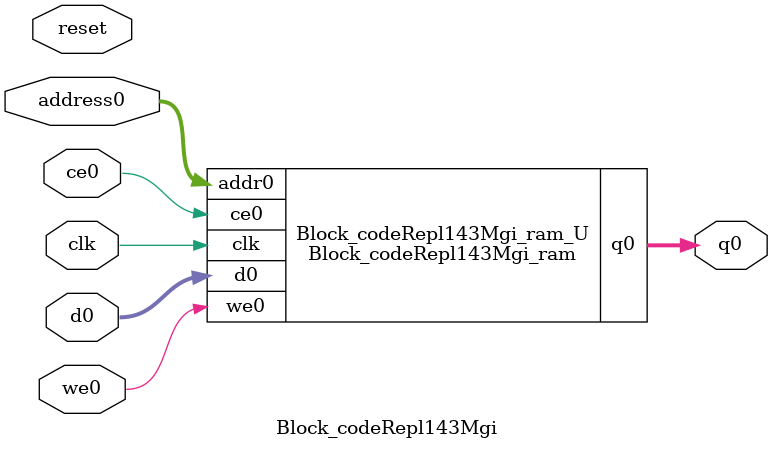
<source format=v>
`timescale 1 ns / 1 ps
module Block_codeRepl143Mgi_ram (addr0, ce0, d0, we0, q0,  clk);

parameter DWIDTH = 4;
parameter AWIDTH = 12;
parameter MEM_SIZE = 2688;

input[AWIDTH-1:0] addr0;
input ce0;
input[DWIDTH-1:0] d0;
input we0;
output reg[DWIDTH-1:0] q0;
input clk;

(* ram_style = "block" *)reg [DWIDTH-1:0] ram[0:MEM_SIZE-1];




always @(posedge clk)  
begin 
    if (ce0) begin
        if (we0) 
            ram[addr0] <= d0; 
        q0 <= ram[addr0];
    end
end


endmodule

`timescale 1 ns / 1 ps
module Block_codeRepl143Mgi(
    reset,
    clk,
    address0,
    ce0,
    we0,
    d0,
    q0);

parameter DataWidth = 32'd4;
parameter AddressRange = 32'd2688;
parameter AddressWidth = 32'd12;
input reset;
input clk;
input[AddressWidth - 1:0] address0;
input ce0;
input we0;
input[DataWidth - 1:0] d0;
output[DataWidth - 1:0] q0;



Block_codeRepl143Mgi_ram Block_codeRepl143Mgi_ram_U(
    .clk( clk ),
    .addr0( address0 ),
    .ce0( ce0 ),
    .we0( we0 ),
    .d0( d0 ),
    .q0( q0 ));

endmodule


</source>
